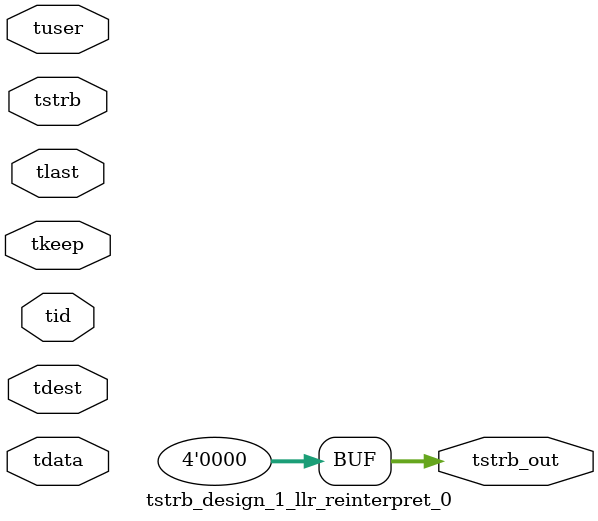
<source format=v>


`timescale 1ps/1ps

module tstrb_design_1_llr_reinterpret_0 #
(
parameter C_S_AXIS_TDATA_WIDTH = 32,
parameter C_S_AXIS_TUSER_WIDTH = 0,
parameter C_S_AXIS_TID_WIDTH   = 0,
parameter C_S_AXIS_TDEST_WIDTH = 0,
parameter C_M_AXIS_TDATA_WIDTH = 32
)
(
input  [(C_S_AXIS_TDATA_WIDTH == 0 ? 1 : C_S_AXIS_TDATA_WIDTH)-1:0     ] tdata,
input  [(C_S_AXIS_TUSER_WIDTH == 0 ? 1 : C_S_AXIS_TUSER_WIDTH)-1:0     ] tuser,
input  [(C_S_AXIS_TID_WIDTH   == 0 ? 1 : C_S_AXIS_TID_WIDTH)-1:0       ] tid,
input  [(C_S_AXIS_TDEST_WIDTH == 0 ? 1 : C_S_AXIS_TDEST_WIDTH)-1:0     ] tdest,
input  [(C_S_AXIS_TDATA_WIDTH/8)-1:0 ] tkeep,
input  [(C_S_AXIS_TDATA_WIDTH/8)-1:0 ] tstrb,
input                                                                    tlast,
output [(C_M_AXIS_TDATA_WIDTH/8)-1:0 ] tstrb_out
);

assign tstrb_out = {1'b0};

endmodule


</source>
